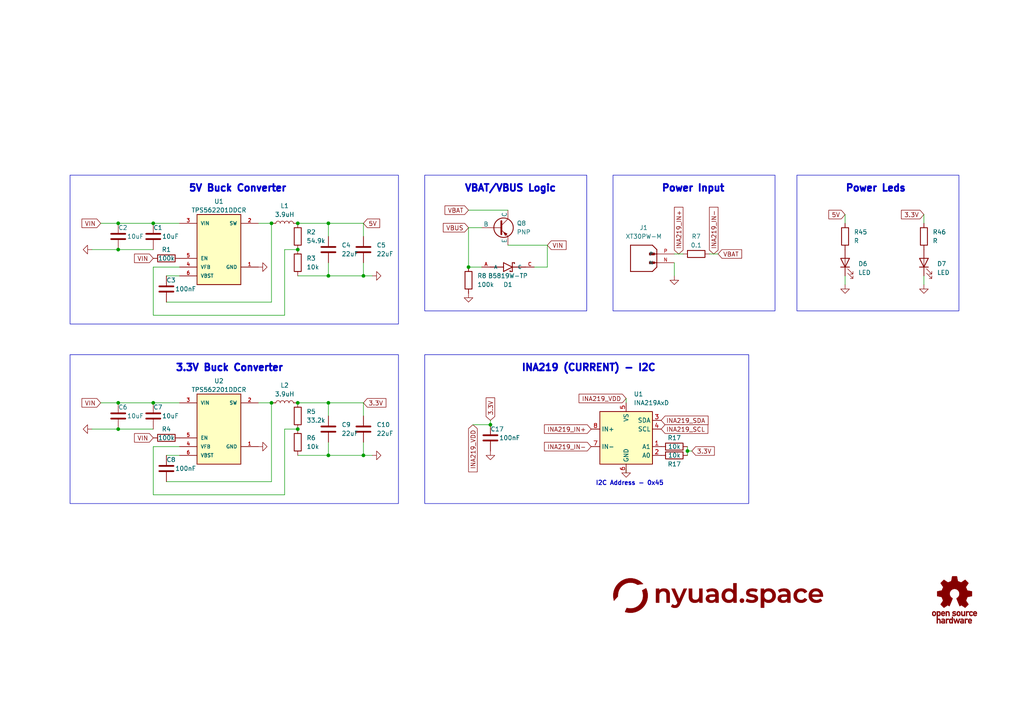
<source format=kicad_sch>
(kicad_sch (version 20230121) (generator eeschema)
  (paper "A4")
  (title_block (title "Power Schematics") (company "Aether Flight Computer"))
  (lib_symbols
    (symbol "B5819W-TP:B5819W-TP" (pin_names (offset 1.016))
      (property "Reference" "D" (at -3.5606 1.9074 0))
      (property "Value" "B5819W-TP" (at -3.559 -3.4319 0))
      (symbol "B5819W-TP_0_0"
        (pin passive line (at -7.62 0 0) (length 2.54) (name "A") (number "A"))
        (pin passive line (at 7.62 0 180) (length 2.54) (name "C") (number "C"))
      )
    )
    (symbol "Device:C" (pin_numbers hide) (pin_names (offset 0.254))
      (property "Reference" "C" (at 0.635 2.54 0))
      (property "Value" "C" (at 0.635 -2.54 0))
      (symbol "C_1_1"
        (pin passive line (at 0 3.81 270) (length 2.794) (name "~") (number "1"))
        (pin passive line (at 0 -3.81 90) (length 2.794) (name "~") (number "2"))
      )
    )
    (symbol "Device:L" (pin_numbers hide) (pin_names (offset 1.016) hide)
      (property "Reference" "L" (at -1.27 0 90))
      (property "Value" "L" (at 1.905 0 90))
      (symbol "L_1_1"
        (pin passive line (at 0 3.81 270) (length 1.27) (name "1") (number "1"))
        (pin passive line (at 0 -3.81 90) (length 1.27) (name "2") (number "2"))
      )
    )
    (symbol "Device:LED" (pin_numbers hide) (pin_names (offset 1.016) hide)
      (property "Reference" "D" (at 0 2.54 0))
      (property "Value" "LED" (at 0 -2.54 0))
      (symbol "LED_1_1"
        (pin passive line (at -3.81 0 0) (length 2.54) (name "K") (number "1"))
        (pin passive line (at 3.81 0 180) (length 2.54) (name "A") (number "2"))
      )
    )
    (symbol "Device:R" (pin_numbers hide) (pin_names (offset 0))
      (property "Reference" "R" (at 2.032 0 90))
      (property "Value" "R" (at 0 0 90))
      (symbol "R_1_1"
        (pin passive line (at 0 3.81 270) (length 1.27) (name "~") (number "1"))
        (pin passive line (at 0 -3.81 90) (length 1.27) (name "~") (number "2"))
      )
    )
    (symbol "Sensor_Energy:INA219AxD"
      (property "Reference" "U" (at -6.35 8.89 0))
      (property "Value" "INA219AxD" (at 5.08 8.89 0))
      (symbol "INA219AxD_1_1"
        (pin input line (at 10.16 -2.54 180) (length 2.54) (name "A1") (number "1"))
        (pin input line (at 10.16 -5.08 180) (length 2.54) (name "A0") (number "2"))
        (pin bidirectional line (at 10.16 5.08 180) (length 2.54) (name "SDA") (number "3"))
        (pin input line (at 10.16 2.54 180) (length 2.54) (name "SCL") (number "4"))
        (pin power_in line (at 0 10.16 270) (length 2.54) (name "VS") (number "5"))
        (pin power_in line (at 0 -10.16 90) (length 2.54) (name "GND") (number "6"))
        (pin input line (at -10.16 -2.54 0) (length 2.54) (name "IN-") (number "7"))
        (pin input line (at -10.16 2.54 0) (length 2.54) (name "IN+") (number "8"))
      )
    )
    (symbol "Simulation_SPICE:PNP" (pin_numbers hide) (pin_names (offset 0))
      (property "Reference" "Q" (at -2.54 7.62 0))
      (property "Value" "PNP" (at -2.54 5.08 0))
      (symbol "PNP_1_1"
        (pin open_collector line (at 2.54 5.08 270) (length 2.54) (name "C") (number "1"))
        (pin input line (at -5.08 0 0) (length 2.54) (name "B") (number "2"))
        (pin open_emitter line (at 2.54 -5.08 90) (length 2.54) (name "E") (number "3"))
      )
    )
    (symbol "TPS562201DDCR_1" (pin_names (offset 1.016))
      (property "Reference" "U1" (at 0 13.97 0))
      (property "Value" "TPS562201DDCR" (at 0 11.43 0))
      (symbol "TPS562201DDCR_1_0_0"
        (pin power_in line (at 11.43 -5.08 180) (length 5.08) (name "GND") (number "1"))
        (pin bidirectional line (at 11.43 7.62 180) (length 5.08) (name "SW") (number "2"))
        (pin power_in line (at -11.43 7.62 0) (length 5.08) (name "VIN") (number "3"))
        (pin input line (at -11.43 -5.08 0) (length 5.08) (name "VFB") (number "4"))
        (pin input line (at -11.43 -2.54 0) (length 5.08) (name "EN") (number "5"))
        (pin input line (at -11.43 -7.62 0) (length 5.08) (name "VBST") (number "6"))
      )
    )
    (symbol "TPS562201DDCR_2" (pin_names (offset 1.016))
      (property "Reference" "U2" (at 0 13.97 0))
      (property "Value" "TPS562201DDCR" (at 0 11.43 0))
      (symbol "TPS562201DDCR_2_0_0"
        (pin power_in line (at 11.43 -5.08 180) (length 5.08) (name "GND") (number "1"))
        (pin bidirectional line (at 11.43 7.62 180) (length 5.08) (name "SW") (number "2"))
        (pin power_in line (at -11.43 7.62 0) (length 5.08) (name "VIN") (number "3"))
        (pin input line (at -11.43 -5.08 0) (length 5.08) (name "VFB") (number "4"))
        (pin input line (at -11.43 -2.54 0) (length 5.08) (name "EN") (number "5"))
        (pin input line (at -11.43 -7.62 0) (length 5.08) (name "VBST") (number "6"))
      )
    )
    (symbol "XT30PW-M:XT30PW-M" (pin_names (offset 1.016))
      (property "Reference" "J" (at -7.62 3.302 0))
      (property "Value" "XT30PW-M" (at -7.62 -7.62 0))
      (symbol "XT30PW-M_0_0"
        (pin power_in line (at 5.08 -2.54 180) (length 5.08) (name "N") (number "N"))
        (pin power_in line (at 5.08 0 180) (length 5.08) (name "P") (number "P"))
      )
    )
    (symbol "nyuad_space:LOGO" (pin_names (offset 1.016)))
    (symbol "osh_logo:LOGO" (pin_names (offset 1.016)))
    (symbol "power:GND" (power) (pin_names (offset 0))
      (property "Value" "GND" (at 0 -3.81 0))
      (symbol "GND_1_1"
        (pin power_in line (at 0 0 270) (length 0) hide (name "GND") (number "1"))
      )
    )
  )
  (junction (at 34.29 72.39))
  (junction (at 44.45 116.84))
  (junction (at 105.41 132.08))
  (junction (at 44.45 64.77))
  (junction (at 105.41 80.01))
  (junction (at 142.24 123.19))
  (junction (at 95.25 80.01))
  (junction (at 86.36 124.46))
  (junction (at 95.25 116.84))
  (junction (at 135.89 77.47))
  (junction (at 86.36 116.84))
  (junction (at 34.29 64.77))
  (junction (at 95.25 64.77))
  (junction (at 34.29 124.46))
  (junction (at 199.39 130.81))
  (junction (at 95.25 132.08))
  (junction (at 78.74 116.84))
  (junction (at 86.36 72.39))
  (junction (at 34.29 116.84))
  (junction (at 78.74 64.77))
  (junction (at 86.36 64.77))
  (wire (pts (xy 105.41 132.08) (xy 95.25 132.08)))
  (wire (pts (xy 82.55 72.39) (xy 86.36 72.39)))
  (wire (pts (xy 44.45 143.51) (xy 82.55 143.51)))
  (wire (pts (xy 82.55 91.44) (xy 82.55 72.39)))
  (wire (pts (xy 135.89 66.04) (xy 139.7 66.04)))
  (wire (pts (xy 199.39 130.81) (xy 199.39 129.54)))
  (wire (pts (xy 52.07 129.54) (xy 44.45 129.54)))
  (wire (pts (xy 95.25 64.77) (xy 95.25 68.58)))
  (wire (pts (xy 44.45 64.77) (xy 52.07 64.77)))
  (wire (pts (xy 78.74 64.77) (xy 74.93 64.77)))
  (wire (pts (xy 44.45 91.44) (xy 82.55 91.44)))
  (wire (pts (xy 181.61 115.57) (xy 181.61 116.84)))
  (wire (pts (xy 86.36 116.84) (xy 95.25 116.84)))
  (wire (pts (xy 137.16 123.19) (xy 142.24 123.19)))
  (wire (pts (xy 95.25 128.27) (xy 95.25 132.08)))
  (wire (pts (xy 199.39 130.81) (xy 199.39 132.08)))
  (wire (pts (xy 34.29 72.39) (xy 44.45 72.39)))
  (wire (pts (xy 29.21 116.84) (xy 34.29 116.84)))
  (wire (pts (xy 48.26 139.7) (xy 78.74 139.7)))
  (wire (pts (xy 34.29 64.77) (xy 44.45 64.77)))
  (wire (pts (xy 95.25 80.01) (xy 86.36 80.01)))
  (wire (pts (xy 48.26 87.63) (xy 78.74 87.63)))
  (wire (pts (xy 82.55 143.51) (xy 82.55 124.46)))
  (wire (pts (xy 135.89 66.04) (xy 135.89 77.47)))
  (wire (pts (xy 245.11 64.77) (xy 245.11 62.23)))
  (wire (pts (xy 147.32 71.12) (xy 158.75 71.12)))
  (wire (pts (xy 44.45 77.47) (xy 44.45 91.44)))
  (wire (pts (xy 78.74 139.7) (xy 78.74 116.84)))
  (wire (pts (xy 95.25 116.84) (xy 95.25 120.65)))
  (wire (pts (xy 48.26 132.08) (xy 52.07 132.08)))
  (wire (pts (xy 154.94 77.47) (xy 158.75 77.47)))
  (wire (pts (xy 78.74 116.84) (xy 74.93 116.84)))
  (wire (pts (xy 135.89 77.47) (xy 139.7 77.47)))
  (wire (pts (xy 95.25 64.77) (xy 105.41 64.77)))
  (wire (pts (xy 78.74 87.63) (xy 78.74 64.77)))
  (wire (pts (xy 95.25 116.84) (xy 105.41 116.84)))
  (wire (pts (xy 135.89 60.96) (xy 147.32 60.96)))
  (wire (pts (xy 200.66 130.81) (xy 199.39 130.81)))
  (wire (pts (xy 105.41 80.01) (xy 95.25 80.01)))
  (wire (pts (xy 107.95 80.01) (xy 105.41 80.01)))
  (wire (pts (xy 105.41 76.2) (xy 105.41 80.01)))
  (wire (pts (xy 208.28 73.66) (xy 205.74 73.66)))
  (wire (pts (xy 267.97 82.55) (xy 267.97 80.01)))
  (wire (pts (xy 105.41 116.84) (xy 105.41 120.65)))
  (wire (pts (xy 245.11 82.55) (xy 245.11 80.01)))
  (wire (pts (xy 95.25 132.08) (xy 86.36 132.08)))
  (wire (pts (xy 105.41 64.77) (xy 105.41 68.58)))
  (wire (pts (xy 82.55 124.46) (xy 86.36 124.46)))
  (wire (pts (xy 181.61 137.16) (xy 181.61 135.89)))
  (wire (pts (xy 44.45 116.84) (xy 52.07 116.84)))
  (wire (pts (xy 267.97 64.77) (xy 267.97 62.23)))
  (wire (pts (xy 34.29 124.46) (xy 44.45 124.46)))
  (wire (pts (xy 86.36 64.77) (xy 95.25 64.77)))
  (wire (pts (xy 26.67 72.39) (xy 34.29 72.39)))
  (wire (pts (xy 44.45 129.54) (xy 44.45 143.51)))
  (wire (pts (xy 52.07 77.47) (xy 44.45 77.47)))
  (wire (pts (xy 95.25 76.2) (xy 95.25 80.01)))
  (wire (pts (xy 158.75 77.47) (xy 158.75 71.12)))
  (wire (pts (xy 105.41 128.27) (xy 105.41 132.08)))
  (wire (pts (xy 48.26 80.01) (xy 52.07 80.01)))
  (wire (pts (xy 34.29 116.84) (xy 44.45 116.84)))
  (wire (pts (xy 195.58 73.66) (xy 198.12 73.66)))
  (wire (pts (xy 195.58 80.01) (xy 195.58 76.2)))
  (wire (pts (xy 107.95 132.08) (xy 105.41 132.08)))
  (wire (pts (xy 142.24 121.92) (xy 142.24 123.19)))
  (wire (pts (xy 29.21 64.77) (xy 34.29 64.77)))
  (wire (pts (xy 26.67 124.46) (xy 34.29 124.46)))
  (rectangle (start 20.32 50.8) (end 115.57 93.98))
  (rectangle (start 20.32 102.87) (end 115.57 146.05))
  (rectangle (start 177.8 50.8) (end 224.79 90.17))
  (rectangle (start 123.19 50.8) (end 170.18 90.17))
  (rectangle (start 123.19 102.87) (end 217.17 146.05))
  (rectangle (start 231.14 50.8) (end 278.13 90.17))
  (text "3.3V Buck Converter" (at 50.8 107.95 0) (effects (font (size 2 2) (thickness 0.8) bold) (justify left bottom)))
  (text "I2C Address - 0x45" (at 172.72 140.97 0) (effects (font (size 1.27 1.27) bold) (justify left bottom)))
  (text "Power Leds" (at 245.11 55.88 0) (effects (font (size 2 2) (thickness 0.8) bold) (justify left bottom)))
  (text "VBAT/VBUS Logic" (at 134.62 55.88 0) (effects (font (size 2 2) (thickness 0.8) bold) (justify left bottom)))
  (text "INA219 (CURRENT) - I2C\n" (at 151.13 107.95 0) (effects (font (size 2 2) (thickness 0.8) bold) (justify left bottom)))
  (text "Power Input" (at 191.77 55.88 0) (effects (font (size 2 2) (thickness 0.8) bold) (justify left bottom)))
  (text "5V Buck Converter" (at 54.61 55.88 0) (effects (font (size 2 2) (thickness 0.8) bold) (justify left bottom)))
  (global_label "VIN" (shape input) (at 29.21 64.77 180) (property "Intersheetrefs" "${INTERSHEET_REFS}" (effects hide)))
  (global_label "INA219_IN-" (shape input) (at 207.01 73.66 90) (property "Intersheetrefs" "${INTERSHEET_REFS}" (effects hide)))
  (global_label "VIN" (shape input) (at 29.21 116.84 180) (property "Intersheetrefs" "${INTERSHEET_REFS}" (effects hide)))
  (global_label "INA219_VDD" (shape input) (at 137.16 123.19 270) (property "Intersheetrefs" "${INTERSHEET_REFS}" (effects hide)))
  (global_label "INA219_IN+" (shape input) (at 196.85 73.66 90) (property "Intersheetrefs" "${INTERSHEET_REFS}" (effects hide)))
  (global_label "5V" (shape input) (at 105.41 64.77 0) (property "Intersheetrefs" "${INTERSHEET_REFS}" (effects hide)))
  (global_label "VBAT" (shape input) (at 135.89 60.96 180) (property "Intersheetrefs" "${INTERSHEET_REFS}" (effects hide)))
  (global_label "INA219_SDA" (shape input) (at 191.77 121.92 0) (property "Intersheetrefs" "${INTERSHEET_REFS}" (effects hide)))
  (global_label "INA219_IN-" (shape input) (at 171.45 129.54 180) (property "Intersheetrefs" "${INTERSHEET_REFS}" (effects hide)))
  (global_label "VBUS" (shape input) (at 135.89 66.04 180) (property "Intersheetrefs" "${INTERSHEET_REFS}" (effects hide)))
  (global_label "VIN" (shape input) (at 158.75 71.12 0) (property "Intersheetrefs" "${INTERSHEET_REFS}" (effects hide)))
  (global_label "5V" (shape input) (at 245.11 62.23 180) (property "Intersheetrefs" "${INTERSHEET_REFS}" (effects hide)))
  (global_label "3.3V" (shape input) (at 105.41 116.84 0) (property "Intersheetrefs" "${INTERSHEET_REFS}" (effects hide)))
  (global_label "3.3V" (shape input) (at 267.97 62.23 180) (property "Intersheetrefs" "${INTERSHEET_REFS}" (effects hide)))
  (global_label "INA219_SCL" (shape input) (at 191.77 124.46 0) (property "Intersheetrefs" "${INTERSHEET_REFS}" (effects hide)))
  (global_label "VIN" (shape input) (at 44.45 127 180) (property "Intersheetrefs" "${INTERSHEET_REFS}" (effects hide)))
  (global_label "3.3V" (shape input) (at 142.24 121.92 90) (property "Intersheetrefs" "${INTERSHEET_REFS}" (effects hide)))
  (global_label "3.3V" (shape input) (at 200.66 130.81 0) (property "Intersheetrefs" "${INTERSHEET_REFS}" (effects hide)))
  (global_label "VIN" (shape input) (at 44.45 74.93 180) (property "Intersheetrefs" "${INTERSHEET_REFS}" (effects hide)))
  (global_label "VBAT" (shape input) (at 208.28 73.66 0) (property "Intersheetrefs" "${INTERSHEET_REFS}" (effects hide)))
  (global_label "INA219_VDD" (shape input) (at 181.61 115.57 180) (property "Intersheetrefs" "${INTERSHEET_REFS}" (effects hide)))
  (global_label "INA219_IN+" (shape input) (at 171.45 124.46 180) (property "Intersheetrefs" "${INTERSHEET_REFS}" (effects hide)))
  (symbol (lib_id "osh_logo:LOGO") (at 276.86 173.99 0) (unit 1)
    (property "Reference" "#G1" (effects hide))
    (property "Value" "LOGO" (effects hide))
    (instances (project "aether" (path "" (reference "#G1") (unit 1)) (path "" (reference "#G10") (unit 1))))
  )
  (symbol (lib_id "Device:R") (at 48.26 127 90) (unit 1)
    (property "Reference" "R4" (at 48.26 124.46 90))
    (property "Value" "100k" (at 48.26 127 90))
    (property "Footprint" "Resistor_SMD:R_0201_0603Metric" (effects hide))
    (instances (project "aether" (path "" (reference "R4") (unit 1)) (path "" (reference "R3") (unit 1))))
  )
  (symbol (lib_id "Device:C") (at 48.26 83.82 0) (unit 1)
    (property "Reference" "C3" (at 48.26 81.28 0) (effects (justify left)))
    (property "Value" "100nF" (at 50.8 83.82 0) (effects (justify left)))
    (property "Footprint" "Capacitor_SMD:C_0201_0603Metric" (effects hide))
    (instances (project "aether" (path "" (reference "C3") (unit 1)) (path "" (reference "C5") (unit 1))))
  )
  (symbol (lib_id "power:GND") (at 267.97 82.55 0) (unit 1)
    (property "Reference" "#PWR07" (effects hide))
    (property "Value" "GND" (effects hide))
    (instances (project "aether" (path "" (reference "#PWR07") (unit 1)) (path "" (reference "#PWR072") (unit 1))))
  )
  (symbol (lib_id "power:GND") (at 181.61 135.89 0) (unit 1)
    (property "Reference" "#PWR022" (effects hide))
    (property "Value" "GND" (effects hide))
    (instances (project "aether" (path "" (reference "#PWR022") (unit 1)) (path "" (reference "#PWR058") (unit 1)) (path "" (reference "#PWR058") (unit 1))))
  )
  (symbol (lib_id "power:GND") (at 245.11 82.55 0) (unit 1)
    (property "Reference" "#PWR07" (effects hide))
    (property "Value" "GND" (effects hide))
    (instances (project "aether" (path "" (reference "#PWR07") (unit 1)) (path "" (reference "#PWR021") (unit 1))))
  )
  (symbol (lib_id "power:GND") (at 142.24 130.81 0) (unit 1)
    (property "Reference" "#PWR022" (effects hide))
    (property "Value" "GND" (effects hide))
    (instances (project "aether" (path "" (reference "#PWR022") (unit 1)) (path "" (reference "#PWR035") (unit 1)) (path "" (reference "#PWR035") (unit 1))))
  )
  (symbol (lib_id "Device:LED") (at 245.11 76.2 90) (unit 1)
    (property "Reference" "D6" (at 248.92 76.5175 90) (effects (justify right)))
    (property "Value" "LED" (at 248.92 79.0575 90) (effects (justify right)))
  )
  (symbol (lib_id "Device:R") (at 48.26 74.93 90) (unit 1)
    (property "Reference" "R1" (at 48.26 72.39 90))
    (property "Value" "100k" (at 48.26 74.93 90))
    (property "Footprint" "Resistor_SMD:R_0201_0603Metric" (effects hide))
    (instances (project "aether" (path "" (reference "R1") (unit 1)) (path "" (reference "R2") (unit 1))))
  )
  (symbol (lib_id "power:GND") (at 74.93 129.54 90) (unit 1)
    (property "Reference" "#PWR05" (effects hide))
    (property "Value" "GND" (effects hide))
  )
  (symbol (lib_id "Device:R") (at 86.36 128.27 0) (unit 1)
    (property "Reference" "R6" (at 88.9 127 0) (effects (justify left)))
    (property "Value" "10k" (at 88.9 129.54 0) (effects (justify left)))
    (property "Footprint" "Resistor_SMD:R_0201_0603Metric" (effects hide))
    (instances (project "aether" (path "" (reference "R6") (unit 1)) (path "" (reference "R7") (unit 1))))
  )
  (symbol (lib_id "power:GND") (at 107.95 80.01 90) (unit 1)
    (property "Reference" "#PWR03" (effects hide))
    (property "Value" "GND" (effects hide))
    (instances (project "aether" (path "" (reference "#PWR03") (unit 1)) (path "" (reference "#PWR07") (unit 1))))
  )
  (symbol (lib_name "TPS562201DDCR_2") (lib_id "TPS562201DDCR:TPS562201DDCR") (at 63.5 124.46 0) (unit 1)
    (property "Reference" "U2" (at 63.5 110.49 0))
    (property "Value" "TPS562201DDCR" (at 63.5 113.03 0))
    (property "Footprint" "SOT95P280X110-6N" (effects hide))
    (property "PARTREV" "A" (effects hide))
    (property "STANDARD" "IPC-7351B" (effects hide))
    (property "MAXIMUM_PACKAGE_HEIGHT" "1.10 mm" (effects hide))
    (property "MANUFACTURER" "Texas Instruments" (effects hide))
    (instances (project "aether" (path "" (reference "U2") (unit 1)) (path "" (reference "U3") (unit 1))))
  )
  (symbol (lib_id "Device:C") (at 34.29 68.58 0) (unit 1)
    (property "Reference" "C2" (at 34.29 66.04 0) (effects (justify left)))
    (property "Value" "10uF" (at 36.83 68.58 0) (effects (justify left)))
    (property "Footprint" "Capacitor_SMD:C_0805_2012Metric" (effects hide))
    (instances (project "aether" (path "" (reference "C2") (unit 1)) (path "" (reference "C1") (unit 1))))
  )
  (symbol (lib_id "Simulation_SPICE:PNP") (at 144.78 66.04 0) (unit 1)
    (property "Reference" "Q8" (at 149.86 64.77 0) (effects (justify left)))
    (property "Value" "PNP" (at 149.86 67.31 0) (effects (justify left)))
    (property "Sim.Device" "PNP" (effects hide))
    (property "Sim.Type" "GUMMELPOON" (effects hide))
    (property "Sim.Pins" "1=C 2=B 3=E" (effects hide))
  )
  (symbol (lib_id "power:GND") (at 26.67 72.39 270) (unit 1)
    (property "Reference" "#PWR01" (effects hide))
    (property "Value" "GND" (effects hide))
  )
  (symbol (lib_id "Sensor_Energy:INA219AxD") (at 181.61 127 0) (unit 1)
    (property "Reference" "U1" (at 183.8041 114.3 0) (effects (justify left)))
    (property "Value" "INA219AxD" (at 183.8041 116.84 0) (effects (justify left)))
    (property "Footprint" "Package_SO:SOIC-8_3.9x4.9mm_P1.27mm" (effects hide))
    (property "Datasheet" "http://www.ti.com/lit/ds/symlink/ina219.pdf" (effects hide))
  )
  (symbol (lib_id "Device:C") (at 95.25 72.39 0) (unit 1)
    (property "Reference" "C4" (at 99.06 71.12 0) (effects (justify left)))
    (property "Value" "22uF" (at 99.06 73.66 0) (effects (justify left)))
    (property "Footprint" "Capacitor_SMD:C_0805_2012Metric" (effects hide))
    (instances (project "aether" (path "" (reference "C4") (unit 1)) (path "" (reference "C7") (unit 1))))
  )
  (symbol (lib_id "Device:R") (at 135.89 81.28 0) (unit 1)
    (property "Reference" "R8" (at 138.43 80.01 0) (effects (justify left)))
    (property "Value" "100k" (at 138.43 82.55 0) (effects (justify left)))
    (property "Footprint" "Resistor_SMD:R_0201_0603Metric" (effects hide))
    (instances (project "aether" (path "" (reference "R8") (unit 1)) (path "" (reference "R1") (unit 1))))
  )
  (symbol (lib_id "XT30PW-M:XT30PW-M") (at 190.5 73.66 0) (unit 1)
    (property "Reference" "J1" (at 186.69 66.04 0))
    (property "Value" "XT30PW-M" (at 186.69 68.58 0))
    (property "Footprint" "AMASS_XT30PW-M" (effects hide))
    (property "PARTREV" "1.2" (effects hide))
    (property "STANDARD" "Manufacturer Recommendations" (effects hide))
    (property "SNAPEDA_PN" "XT30PW-M" (effects hide))
    (property "MAXIMUM_PACKAGE_HEIGHT" "5 mm" (effects hide))
    (property "MANUFACTURER" "Amass" (effects hide))
  )
  (symbol (lib_id "Device:C") (at 105.41 124.46 0) (unit 1)
    (property "Reference" "C10" (at 109.22 123.19 0) (effects (justify left)))
    (property "Value" "22uF" (at 109.22 125.73 0) (effects (justify left)))
    (property "Footprint" "Capacitor_SMD:C_0805_2012Metric" (effects hide))
  )
  (symbol (lib_id "Device:R") (at 267.97 68.58 0) (unit 1)
    (property "Reference" "R46" (at 270.51 67.31 0) (effects (justify left)))
    (property "Value" "R" (at 270.51 69.85 0) (effects (justify left)))
  )
  (symbol (lib_id "Device:C") (at 105.41 72.39 0) (unit 1)
    (property "Reference" "C5" (at 109.22 71.12 0) (effects (justify left)))
    (property "Value" "22uF" (at 109.22 73.66 0) (effects (justify left)))
    (property "Footprint" "Capacitor_SMD:C_0805_2012Metric" (effects hide))
    (instances (project "aether" (path "" (reference "C5") (unit 1)) (path "" (reference "C9") (unit 1))))
  )
  (symbol (lib_id "Device:R") (at 195.58 129.54 90) (unit 1)
    (property "Reference" "R17" (at 195.58 127 90))
    (property "Value" "10k" (at 195.58 129.54 90))
    (property "Footprint" "Resistor_SMD:R_0201_0603Metric" (effects hide))
    (instances (project "aether" (path "" (reference "R17") (unit 1)) (path "" (reference "R50") (unit 1)) (path "" (reference "R50") (unit 1))))
  )
  (symbol (lib_id "Device:LED") (at 267.97 76.2 90) (unit 1)
    (property "Reference" "D7" (at 271.78 76.5175 90) (effects (justify right)))
    (property "Value" "LED" (at 271.78 79.0575 90) (effects (justify right)))
  )
  (symbol (lib_id "Device:C") (at 142.24 127 0) (unit 1)
    (property "Reference" "C17" (at 142.24 124.46 0) (effects (justify left)))
    (property "Value" "100nF" (at 144.78 127 0) (effects (justify left)))
    (property "Footprint" "Capacitor_SMD:C_0201_0603Metric" (effects hide))
    (instances (project "aether" (path "" (reference "C17") (unit 1)) (path "" (reference "C33") (unit 1)) (path "" (reference "C33") (unit 1))))
  )
  (symbol (lib_id "Device:R") (at 201.93 73.66 90) (unit 1)
    (property "Reference" "R7" (at 201.93 68.58 90))
    (property "Value" "0.1" (at 201.93 71.12 90))
    (instances (project "aether" (path "" (reference "R7") (unit 1)) (path "" (reference "R8") (unit 1))))
  )
  (symbol (lib_id "B5819W-TP:B5819W-TP") (at 147.32 77.47 0) (unit 1)
    (property "Reference" "D1" (at 147.32 82.55 0))
    (property "Value" "B5819W-TP" (at 147.32 80.01 0))
    (property "Footprint" "SOD3716X135N" (effects hide))
    (property "MANUFACTURER" "Micro Commercial Components" (effects hide))
  )
  (symbol (lib_id "power:GND") (at 74.93 77.47 90) (unit 1)
    (property "Reference" "#PWR02" (effects hide))
    (property "Value" "GND" (effects hide))
    (instances (project "aether" (path "" (reference "#PWR02") (unit 1)) (path "" (reference "#PWR04") (unit 1))))
  )
  (symbol (lib_id "Device:C") (at 44.45 120.65 0) (unit 1)
    (property "Reference" "C7" (at 44.45 118.11 0) (effects (justify left)))
    (property "Value" "10uF" (at 46.99 120.65 0) (effects (justify left)))
    (property "Footprint" "Capacitor_SMD:C_0805_2012Metric" (effects hide))
    (instances (project "aether" (path "" (reference "C7") (unit 1)) (path "" (reference "C4") (unit 1))))
  )
  (symbol (lib_id "Device:C") (at 48.26 135.89 0) (unit 1)
    (property "Reference" "C8" (at 48.26 133.35 0) (effects (justify left)))
    (property "Value" "100nF" (at 50.8 135.89 0) (effects (justify left)))
    (property "Footprint" "Capacitor_SMD:C_0201_0603Metric" (effects hide))
    (instances (project "aether" (path "" (reference "C8") (unit 1)) (path "" (reference "C6") (unit 1))))
  )
  (symbol (lib_id "Device:C") (at 34.29 120.65 0) (unit 1)
    (property "Reference" "C6" (at 34.29 118.11 0) (effects (justify left)))
    (property "Value" "10uF" (at 36.83 120.65 0) (effects (justify left)))
    (property "Footprint" "Capacitor_SMD:C_0805_2012Metric" (effects hide))
    (instances (project "aether" (path "" (reference "C6") (unit 1)) (path "" (reference "C2") (unit 1))))
  )
  (symbol (lib_name "TPS562201DDCR_1") (lib_id "TPS562201DDCR:TPS562201DDCR") (at 63.5 72.39 0) (unit 1)
    (property "Reference" "U1" (at 63.5 58.42 0))
    (property "Value" "TPS562201DDCR" (at 63.5 60.96 0))
    (property "Footprint" "SOT95P280X110-6N" (effects hide))
    (property "PARTREV" "A" (effects hide))
    (property "STANDARD" "IPC-7351B" (effects hide))
    (property "MAXIMUM_PACKAGE_HEIGHT" "1.10 mm" (effects hide))
    (property "MANUFACTURER" "Texas Instruments" (effects hide))
    (instances (project "aether" (path "" (reference "U1") (unit 1)) (path "" (reference "U2") (unit 1))))
  )
  (symbol (lib_id "Device:R") (at 86.36 76.2 0) (unit 1)
    (property "Reference" "R3" (at 88.9 74.93 0) (effects (justify left)))
    (property "Value" "10k" (at 88.9 77.47 0) (effects (justify left)))
    (property "Footprint" "Resistor_SMD:R_0201_0603Metric" (effects hide))
    (instances (project "aether" (path "" (reference "R3") (unit 1)) (path "" (reference "R5") (unit 1))))
  )
  (symbol (lib_id "Device:L") (at 82.55 116.84 90) (unit 1)
    (property "Reference" "L2" (at 82.55 111.76 90))
    (property "Value" "3.9uH" (at 82.55 114.3 90))
  )
  (symbol (lib_id "power:GND") (at 107.95 132.08 90) (unit 1)
    (property "Reference" "#PWR06" (effects hide))
    (property "Value" "GND" (effects hide))
    (instances (project "aether" (path "" (reference "#PWR06") (unit 1)) (path "" (reference "#PWR08") (unit 1))))
  )
  (symbol (lib_id "nyuad_space:LOGO") (at 208.28 172.72 0) (unit 1)
    (property "Reference" "#G2" (effects hide))
    (property "Value" "LOGO" (effects hide))
    (instances (project "aether" (path "" (reference "#G2") (unit 1)) (path "" (reference "#G9") (unit 1))))
  )
  (symbol (lib_id "power:GND") (at 195.58 80.01 0) (unit 1)
    (property "Reference" "#PWR07" (effects hide))
    (property "Value" "GND" (effects hide))
    (instances (project "aether" (path "" (reference "#PWR07") (unit 1)) (path "" (reference "#PWR06") (unit 1))))
  )
  (symbol (lib_id "Device:C") (at 44.45 68.58 0) (unit 1)
    (property "Reference" "C1" (at 44.45 66.04 0) (effects (justify left)))
    (property "Value" "10uF" (at 46.99 68.58 0) (effects (justify left)))
    (property "Footprint" "Capacitor_SMD:C_0805_2012Metric" (effects hide))
    (instances (project "aether" (path "" (reference "C1") (unit 1)) (path "" (reference "C3") (unit 1))))
  )
  (symbol (lib_id "Device:R") (at 245.11 68.58 0) (unit 1)
    (property "Reference" "R45" (at 247.65 67.31 0) (effects (justify left)))
    (property "Value" "R" (at 247.65 69.85 0) (effects (justify left)))
  )
  (symbol (lib_id "Device:L") (at 82.55 64.77 90) (unit 1)
    (property "Reference" "L1" (at 82.55 59.69 90))
    (property "Value" "3.9uH" (at 82.55 62.23 90))
  )
  (symbol (lib_id "Device:R") (at 86.36 120.65 0) (unit 1)
    (property "Reference" "R5" (at 88.9 119.38 0) (effects (justify left)))
    (property "Value" "33.2k" (at 88.9 121.92 0) (effects (justify left)))
    (property "Footprint" "Resistor_SMD:R_0201_0603Metric" (effects hide))
    (instances (project "aether" (path "" (reference "R5") (unit 1)) (path "" (reference "R6") (unit 1))))
  )
  (symbol (lib_id "Device:R") (at 86.36 68.58 0) (unit 1)
    (property "Reference" "R2" (at 88.9 67.31 0) (effects (justify left)))
    (property "Value" "54.9k" (at 88.9 69.85 0) (effects (justify left)))
    (property "Footprint" "Resistor_SMD:R_0201_0603Metric" (effects hide))
    (instances (project "aether" (path "" (reference "R2") (unit 1)) (path "" (reference "R4") (unit 1))))
  )
  (symbol (lib_id "Device:C") (at 95.25 124.46 0) (unit 1)
    (property "Reference" "C9" (at 99.06 123.19 0) (effects (justify left)))
    (property "Value" "22uF" (at 99.06 125.73 0) (effects (justify left)))
    (property "Footprint" "Capacitor_SMD:C_0805_2012Metric" (effects hide))
    (instances (project "aether" (path "" (reference "C9") (unit 1)) (path "" (reference "C8") (unit 1))))
  )
  (symbol (lib_id "power:GND") (at 26.67 124.46 270) (unit 1)
    (property "Reference" "#PWR04" (effects hide))
    (property "Value" "GND" (effects hide))
    (instances (project "aether" (path "" (reference "#PWR04") (unit 1)) (path "" (reference "#PWR02") (unit 1))))
  )
  (symbol (lib_id "power:GND") (at 135.89 85.09 0) (unit 1)
    (property "Reference" "#PWR08" (effects hide))
    (property "Value" "GND" (effects hide))
    (instances (project "aether" (path "" (reference "#PWR08") (unit 1)) (path "" (reference "#PWR03") (unit 1))))
  )
  (symbol (lib_id "Device:R") (at 195.58 132.08 90) (unit 1)
    (property "Reference" "R17" (at 195.58 134.62 90))
    (property "Value" "10k" (at 195.58 132.08 90))
    (property "Footprint" "Resistor_SMD:R_0201_0603Metric" (effects hide))
    (instances (project "aether" (path "" (reference "R17") (unit 1)) (path "" (reference "R51") (unit 1)) (path "" (reference "R51") (unit 1))))
  )
)
</source>
